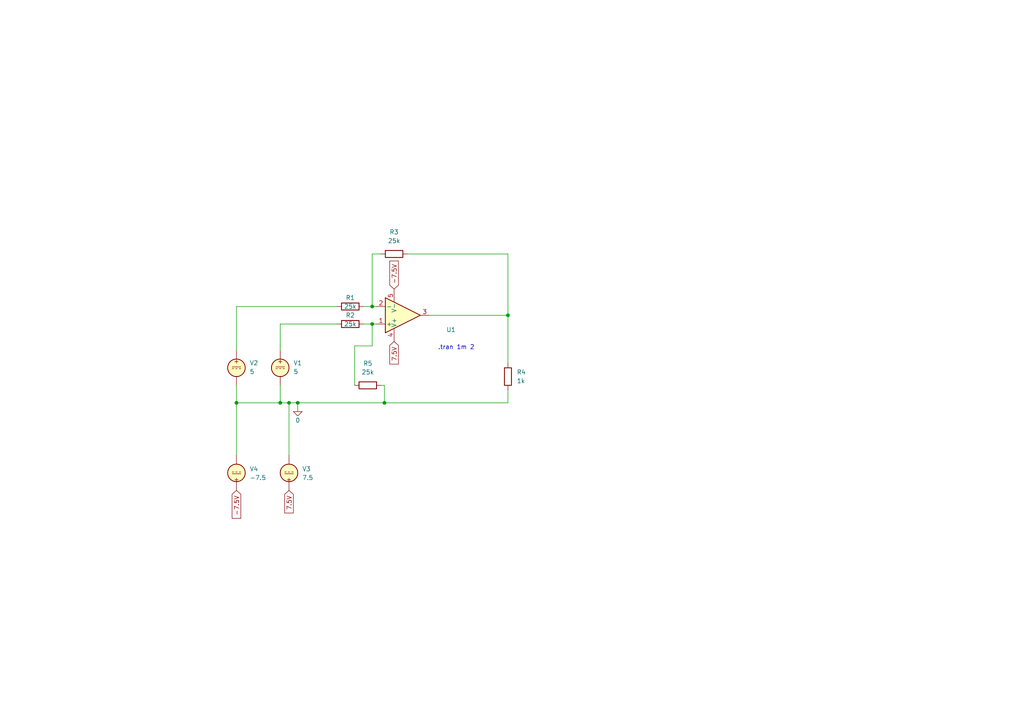
<source format=kicad_sch>
(kicad_sch (version 20230121) (generator eeschema)
  (paper "A4")
  (lib_symbols
    (symbol "Device:R" (pin_numbers hide) (pin_names (offset 0))
      (property "Reference" "R" (at 2.032 0 90))
      (property "Value" "R" (at 0 0 90))
      (symbol "R_0_1"
        (rectangle (start -1.016 -2.54) (end 1.016 2.54) (stroke (width 0.254)))
      )
      (symbol "R_1_1"
        (pin passive line (at 0 3.81 270) (length 1.27) (name "~") (number "1"))
        (pin passive line (at 0 -3.81 90) (length 1.27) (name "~") (number "2"))
      )
    )
    (symbol "Simulation_SPICE:0" (power) (pin_names (offset 0))
      (property "Value" "0" (at 0 -1.778 0))
      (symbol "0_0_1"
        (polyline (pts (xy -1.27 0) (xy 0 -1.27) (xy 1.27 0) (xy -1.27 0)))
      )
      (symbol "0_1_1"
        (pin power_in line (at 0 0 0) (length 0) hide (name "0") (number "1"))
      )
    )
    (symbol "Simulation_SPICE:OPAMP" (pin_names (offset 0.254))
      (property "Reference" "U" (at 3.81 3.175 0))
      (property "Value" "${SIM.PARAMS}" (at 3.81 -3.175 0))
      (symbol "OPAMP_0_1"
        (polyline (pts (xy 5.08 0) (xy -5.08 5.08) (xy -5.08 -5.08) (xy 5.08 0)) (stroke (width 0.254)) (fill (type background)))
      )
      (symbol "OPAMP_1_1"
        (pin input line (at -7.62 2.54 0) (length 2.54) (name "+") (number "1"))
        (pin input line (at -7.62 -2.54 0) (length 2.54) (name "-") (number "2"))
        (pin output line (at 7.62 0 180) (length 2.54) (name "~") (number "3"))
        (pin power_in line (at -2.54 7.62 270) (length 3.81) (name "V+") (number "4"))
        (pin power_in line (at -2.54 -7.62 90) (length 3.81) (name "V-") (number "5"))
      )
    )
    (symbol "Simulation_SPICE:VDC" (pin_numbers hide) (pin_names (offset 0.0254))
      (property "Reference" "V" (at 2.54 2.54 0))
      (property "Value" "1" (at 2.54 0 0))
      (symbol "VDC_0_0"
        (polyline (pts (xy -1.27 0.254) (xy 1.27 0.254)))
        (polyline (pts (xy -0.762 -0.254) (xy -1.27 -0.254)))
        (polyline (pts (xy 0.254 -0.254) (xy -0.254 -0.254)))
        (polyline (pts (xy 1.27 -0.254) (xy 0.762 -0.254)))
        (text "+" (at 0 1.905 0) (effects (font (size 1.27 1.27))))
      )
      (symbol "VDC_0_1"
        (circle (center 0 0) (radius 2.54) (stroke (width 0.254)) (fill (type background)))
      )
      (symbol "VDC_1_1"
        (pin passive line (at 0 5.08 270) (length 2.54) (name "~") (number "1"))
        (pin passive line (at 0 -5.08 90) (length 2.54) (name "~") (number "2"))
      )
    )
  )
  (junction (at 68.58 116.84))
  (junction (at 86.36 116.84))
  (junction (at 107.95 88.9))
  (junction (at 147.32 91.44))
  (junction (at 81.28 116.84))
  (junction (at 107.95 93.98))
  (junction (at 83.82 116.84))
  (junction (at 111.506 116.84))
  (wire (pts (xy 110.49 73.66) (xy 107.95 73.66)))
  (wire (pts (xy 111.506 116.84) (xy 86.36 116.84)))
  (wire (pts (xy 68.58 116.84) (xy 81.28 116.84)))
  (wire (pts (xy 81.28 101.6) (xy 81.28 93.98)))
  (wire (pts (xy 81.28 116.84) (xy 83.82 116.84)))
  (wire (pts (xy 147.32 116.84) (xy 111.506 116.84)))
  (wire (pts (xy 81.28 111.76) (xy 81.28 116.84)))
  (wire (pts (xy 110.49 111.76) (xy 111.506 111.76)))
  (wire (pts (xy 68.58 101.6) (xy 68.58 88.9)))
  (wire (pts (xy 107.95 73.66) (xy 107.95 88.9)))
  (wire (pts (xy 147.32 113.03) (xy 147.32 116.84)))
  (wire (pts (xy 68.58 88.9) (xy 97.79 88.9)))
  (wire (pts (xy 147.32 91.44) (xy 147.32 105.41)))
  (wire (pts (xy 124.46 91.44) (xy 147.32 91.44)))
  (wire (pts (xy 102.87 111.76) (xy 102.87 100.33)))
  (wire (pts (xy 68.58 116.84) (xy 68.58 132.08)))
  (wire (pts (xy 147.32 73.66) (xy 147.32 91.44)))
  (wire (pts (xy 107.95 88.9) (xy 109.22 88.9)))
  (wire (pts (xy 111.506 111.76) (xy 111.506 116.84)))
  (wire (pts (xy 118.11 73.66) (xy 147.32 73.66)))
  (wire (pts (xy 107.95 93.98) (xy 109.22 93.98)))
  (wire (pts (xy 105.41 93.98) (xy 107.95 93.98)))
  (wire (pts (xy 105.41 88.9) (xy 107.95 88.9)))
  (wire (pts (xy 107.95 100.33) (xy 107.95 93.98)))
  (wire (pts (xy 83.82 116.84) (xy 83.82 132.08)))
  (wire (pts (xy 86.36 116.84) (xy 86.36 119.38)))
  (wire (pts (xy 102.87 100.33) (xy 107.95 100.33)))
  (wire (pts (xy 68.58 111.76) (xy 68.58 116.84)))
  (wire (pts (xy 83.82 116.84) (xy 86.36 116.84)))
  (wire (pts (xy 81.28 93.98) (xy 97.79 93.98)))
  (text ".tran 1m 2" (at 127 101.6 0) (effects (font (size 1.27 1.27)) (justify left bottom)))
  (global_label "-7.5V" (shape input) (at 68.58 142.24 270) (property "Intersheetrefs" "${INTERSHEET_REFS}" (effects hide)))
  (global_label "7.5V" (shape input) (at 83.82 142.24 270) (property "Intersheetrefs" "${INTERSHEET_REFS}" (effects hide)))
  (global_label "-7.5V" (shape input) (at 114.3 83.82 90) (property "Intersheetrefs" "${INTERSHEET_REFS}" (effects hide)))
  (global_label "7.5V" (shape input) (at 114.3 99.06 270) (property "Intersheetrefs" "${INTERSHEET_REFS}" (effects hide)))
  (symbol (lib_id "Device:R") (at 101.6 88.9 90) (unit 1)
    (property "Reference" "R1" (at 101.6 86.36 90))
    (property "Value" "25k" (at 101.6 88.9 90))
  )
  (symbol (lib_id "Device:R") (at 147.32 109.22 0) (unit 1)
    (property "Reference" "R4" (at 149.86 107.95 0) (effects (justify left)))
    (property "Value" "1k" (at 149.86 110.49 0) (effects (justify left)))
  )
  (symbol (lib_id "Simulation_SPICE:VDC") (at 83.82 137.16 180) (unit 1)
    (property "Reference" "V3" (at 87.63 136.0198 0) (effects (justify right)))
    (property "Value" "7.5" (at 87.63 138.5598 0) (effects (justify right)))
    (property "Sim.Pins" "1=+ 2=-" (effects hide))
    (property "Sim.Type" "DC" (effects hide))
    (property "Sim.Device" "V" (effects hide))
  )
  (symbol (lib_id "Simulation_SPICE:0") (at 86.36 119.38 0) (unit 1)
    (property "Reference" "#GND01" (effects hide))
    (property "Value" "0" (at 86.36 121.92 0))
  )
  (symbol (lib_id "Device:R") (at 106.68 111.76 90) (unit 1)
    (property "Reference" "R5" (at 106.68 105.41 90))
    (property "Value" "25k" (at 106.68 107.95 90))
  )
  (symbol (lib_id "Device:R") (at 101.6 93.98 90) (unit 1)
    (property "Reference" "R2" (at 101.6 91.44 90))
    (property "Value" "25k" (at 101.6 93.98 90))
  )
  (symbol (lib_id "Simulation_SPICE:VDC") (at 68.58 106.68 0) (unit 1)
    (property "Reference" "V2" (at 72.39 105.2802 0) (effects (justify left)))
    (property "Value" "5" (at 72.39 107.8202 0) (effects (justify left)))
    (property "Sim.Pins" "1=+ 2=-" (effects hide))
    (property "Sim.Type" "DC" (effects hide))
    (property "Sim.Device" "V" (effects hide))
  )
  (symbol (lib_id "Simulation_SPICE:OPAMP") (at 116.84 91.44 0) (mirror x) (unit 1)
    (property "Reference" "U1" (at 130.81 95.6309 0))
    (property "Value" "${SIM.PARAMS}" (at 130.81 93.0909 0))
    (property "Sim.Pins" "1=+IN 2=-IN 3=OUT" (effects hide))
    (property "Sim.Device" "SUBCKT" (effects hide))
    (property "Sim.Library" "/home/kodyrogers/Documents/Projects/kicad_simulations/op_amps/follower/uopamp_v1.1.lib" (effects hide))
    (property "Sim.Name" "uopamp_lvl1" (effects hide))
  )
  (symbol (lib_id "Device:R") (at 114.3 73.66 90) (unit 1)
    (property "Reference" "R3" (at 114.3 67.31 90))
    (property "Value" "25k" (at 114.3 69.85 90))
  )
  (symbol (lib_id "Simulation_SPICE:VDC") (at 81.28 106.68 0) (unit 1)
    (property "Reference" "V1" (at 85.09 105.2802 0) (effects (justify left)))
    (property "Value" "5" (at 85.09 107.8202 0) (effects (justify left)))
    (property "Sim.Pins" "1=+ 2=-" (effects hide))
    (property "Sim.Type" "DC" (effects hide))
    (property "Sim.Device" "V" (effects hide))
  )
  (symbol (lib_id "Simulation_SPICE:VDC") (at 68.58 137.16 180) (unit 1)
    (property "Reference" "V4" (at 72.39 136.0198 0) (effects (justify right)))
    (property "Value" "-7.5" (at 72.39 138.5598 0) (effects (justify right)))
    (property "Sim.Pins" "1=+ 2=-" (effects hide))
    (property "Sim.Type" "DC" (effects hide))
    (property "Sim.Device" "V" (effects hide))
  )
)
</source>
